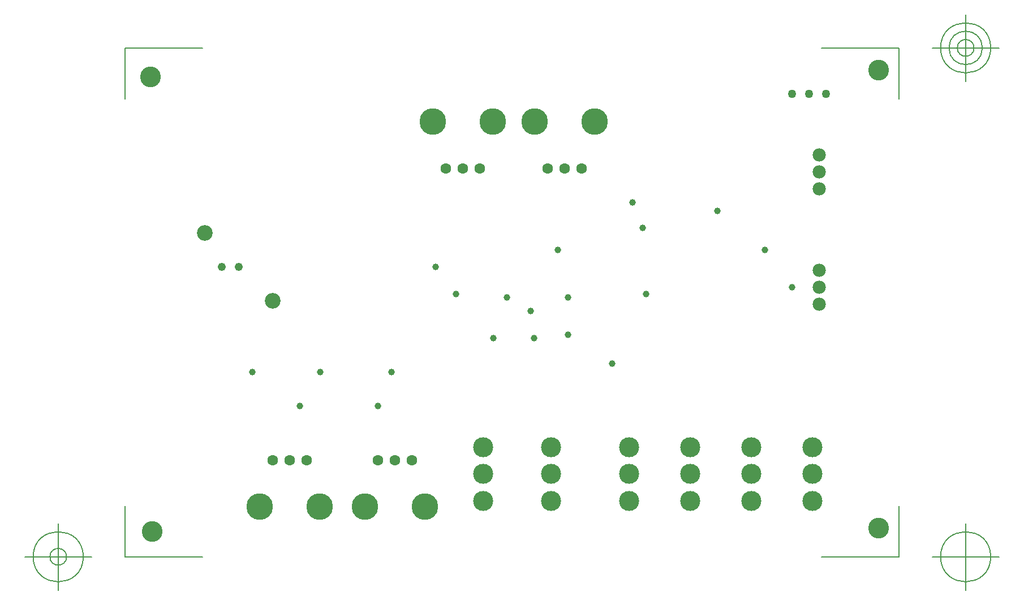
<source format=gbr>
G04 Generated by Ultiboard 14.2 *
%FSLAX24Y24*%
%MOIN*%

%ADD10C,0.0001*%
%ADD11C,0.0050*%
%ADD12C,0.1183*%
%ADD13C,0.0500*%
%ADD14C,0.0394*%
%ADD15C,0.0783*%
%ADD16C,0.1567*%
%ADD17C,0.0633*%
%ADD18C,0.0490*%
%ADD19C,0.0925*%
%ADD20C,0.1220*%


G04 ColorRGB 9900CC for the following layer *
%LNSolder Mask Bottom*%
%LPD*%
G54D10*
G54D11*
X-17500Y-100D02*
X-17500Y2900D01*
X-17500Y-100D02*
X-22059Y-100D01*
X-63092Y-100D02*
X-58533Y-100D01*
X-63092Y-100D02*
X-63092Y2900D01*
X-63092Y29900D02*
X-63092Y26900D01*
X-63092Y29900D02*
X-58533Y29900D01*
X-17500Y29900D02*
X-22059Y29900D01*
X-17500Y29900D02*
X-17500Y26900D01*
X-15531Y-100D02*
X-11594Y-100D01*
X-13563Y-2069D02*
X-13563Y1869D01*
X-12087Y-100D02*
G75*
D01*
G02X-12087Y-100I-1476J0*
G01*
X-65061Y-100D02*
X-68998Y-100D01*
X-67029Y-2069D02*
X-67029Y1869D01*
X-65553Y-100D02*
G75*
D01*
G02X-65553Y-100I-1476J0*
G01*
X-66537Y-100D02*
G75*
D01*
G02X-66537Y-100I-492J0*
G01*
X-15531Y29900D02*
X-11594Y29900D01*
X-13563Y27931D02*
X-13563Y31869D01*
X-12087Y29900D02*
G75*
D01*
G02X-12087Y29900I-1476J0*
G01*
X-12579Y29900D02*
G75*
D01*
G02X-12579Y29900I-984J0*
G01*
X-13071Y29900D02*
G75*
D01*
G02X-13071Y29900I-492J0*
G01*
G54D12*
X-42000Y6350D03*
X-42000Y3200D03*
X-42000Y4775D03*
X-38000Y6350D03*
X-38000Y3200D03*
X-38000Y4775D03*
X-33400Y6350D03*
X-33400Y3200D03*
X-33400Y4775D03*
X-22600Y6350D03*
X-22600Y3200D03*
X-22600Y4775D03*
X-26200Y6350D03*
X-26200Y3200D03*
X-26200Y4775D03*
X-29800Y6350D03*
X-29800Y3200D03*
X-29800Y4775D03*
G54D13*
X-21800Y27200D03*
X-23800Y27200D03*
X-22800Y27200D03*
G54D14*
X-23800Y15800D03*
X-32600Y19300D03*
X-37000Y13000D03*
X-34400Y11300D03*
X-39200Y14400D03*
X-28200Y20300D03*
X-44800Y17000D03*
X-39000Y12800D03*
X-43600Y15400D03*
X-32400Y15400D03*
X-40600Y15200D03*
X-37000Y15200D03*
X-41400Y12800D03*
X-51600Y10800D03*
X-55600Y10800D03*
X-47400Y10800D03*
X-33200Y20800D03*
X-37600Y18000D03*
X-25400Y18000D03*
X-48200Y8800D03*
X-52800Y8800D03*
G54D15*
X-22200Y16800D03*
X-22200Y15800D03*
X-22200Y14800D03*
X-22200Y22600D03*
X-22200Y23600D03*
X-22200Y21600D03*
G54D16*
X-35425Y25558D03*
X-38975Y25558D03*
X-41425Y25558D03*
X-44975Y25558D03*
X-55175Y2842D03*
X-51625Y2842D03*
X-48975Y2842D03*
X-45425Y2842D03*
G54D17*
X-37200Y22800D03*
X-38200Y22800D03*
X-36200Y22800D03*
X-44200Y22800D03*
X-43200Y22800D03*
X-42200Y22800D03*
X-53400Y5600D03*
X-54400Y5600D03*
X-52400Y5600D03*
X-48200Y5600D03*
X-46200Y5600D03*
X-47200Y5600D03*
G54D18*
X-57400Y17000D03*
X-56400Y17000D03*
G54D19*
X-54400Y15000D03*
X-58400Y19000D03*
G54D20*
X-18700Y28600D03*
X-18700Y1600D03*
X-61600Y28200D03*
X-61500Y1400D03*

M02*

</source>
